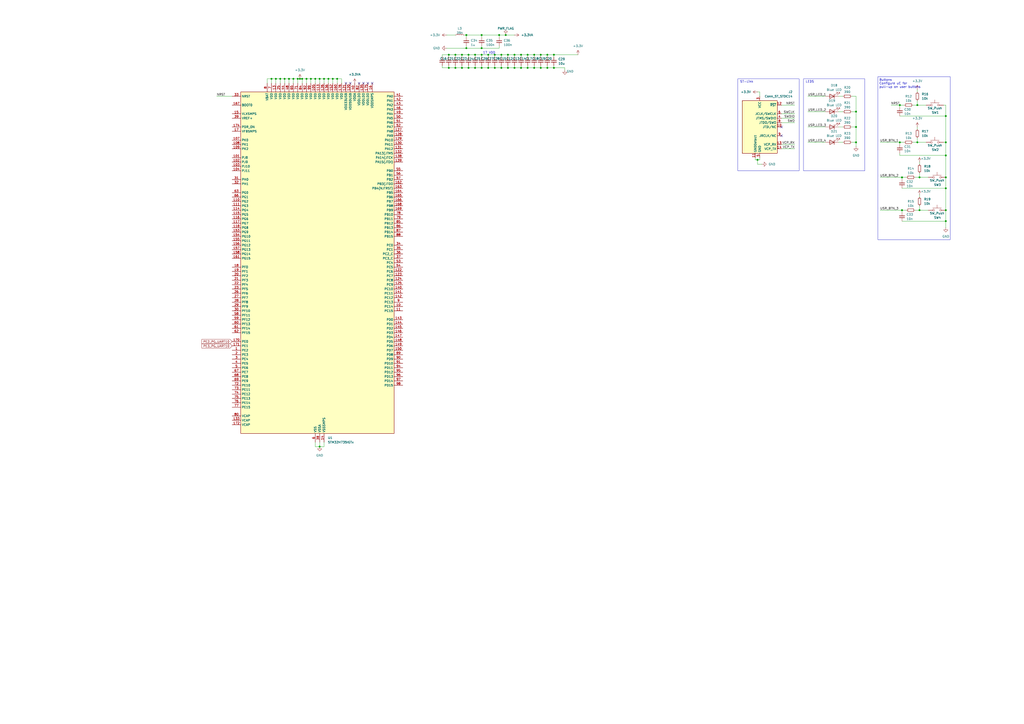
<source format=kicad_sch>
(kicad_sch (version 20231120) (generator "eeschema") (generator_version "8.0")
  (paper "A2")
  (lib_symbols
    (symbol "Connector:Conn_ST_STDC14"
      (property "Reference" "J" (at -8.89 16.51 0))
      (property "Value" "Conn_ST_STDC14" (at 17.78 16.51 0))
      (symbol "Conn_ST_STDC14_0_1"
        (rectangle (start -10.16 15.24) (end 10.16 -15.24) (stroke (width 0.254)) (fill (type background)))
      )
      (symbol "Conn_ST_STDC14_1_1"
        (pin no_connect line (at -10.16 5.08 0) (length 2.54) hide (name "NC") (number "1"))
        (pin output line (at 12.7 0 180) (length 2.54) (name "JTDI/NC") (number "10"))
        (pin passive line (at -2.54 -17.78 90) (length 2.54) (name "GNDDetect") (number "11"))
        (pin open_collector line (at 12.7 12.7 180) (length 2.54) (name "~{RST}") (number "12"))
        (pin output line (at 12.7 -10.16 180) (length 2.54) (name "VCP_RX") (number "13"))
        (pin input line (at 12.7 -12.7 180) (length 2.54) (name "VCP_TX") (number "14"))
        (pin no_connect line (at -10.16 2.54 0) (length 2.54) hide (name "NC") (number "2"))
        (pin power_in line (at 0 17.78 270) (length 2.54) (name "VCC") (number "3"))
        (pin bidirectional line (at 12.7 5.08 180) (length 2.54) (name "JTMS/SWDIO") (number "4"))
        (pin power_in line (at 0 -17.78 90) (length 2.54) (name "GND") (number "5"))
        (pin output line (at 12.7 7.62 180) (length 2.54) (name "JCLK/SWCLK") (number "6"))
        (pin passive line (at 0 -17.78 90) (length 2.54) hide (name "GND") (number "7"))
        (pin input line (at 12.7 2.54 180) (length 2.54) (name "JTDO/SWO") (number "8"))
        (pin input line (at 12.7 -5.08 180) (length 2.54) (name "JRCLK/NC") (number "9"))
      )
    )
    (symbol "Device:C_Small" (pin_numbers hide) (pin_names (offset 0.254) hide)
      (property "Reference" "C" (at 0.254 1.778 0))
      (property "Value" "C_Small" (at 0.254 -2.032 0))
      (symbol "C_Small_0_1"
        (polyline (pts (xy -1.524 -0.508) (xy 1.524 -0.508)) (stroke (width 0.3302)))
        (polyline (pts (xy -1.524 0.508) (xy 1.524 0.508)) (stroke (width 0.3048)))
      )
      (symbol "C_Small_1_1"
        (pin passive line (at 0 2.54 270) (length 2.032) (name "~") (number "1"))
        (pin passive line (at 0 -2.54 90) (length 2.032) (name "~") (number "2"))
      )
    )
    (symbol "Device:LED" (pin_numbers hide) (pin_names (offset 1.016) hide)
      (property "Reference" "D" (at 0 2.54 0))
      (property "Value" "LED" (at 0 -2.54 0))
      (symbol "LED_0_1"
        (polyline (pts (xy -1.27 -1.27) (xy -1.27 1.27)) (stroke (width 0.254)))
        (polyline (pts (xy -1.27 0) (xy 1.27 0)))
        (polyline (pts (xy 1.27 -1.27) (xy 1.27 1.27) (xy -1.27 0) (xy 1.27 -1.27)) (stroke (width 0.254)))
        (polyline (pts (xy -3.048 -0.762) (xy -4.572 -2.286) (xy -3.81 -2.286) (xy -4.572 -2.286) (xy -4.572 -1.524)))
        (polyline (pts (xy -1.778 -0.762) (xy -3.302 -2.286) (xy -2.54 -2.286) (xy -3.302 -2.286) (xy -3.302 -1.524)))
      )
      (symbol "LED_1_1"
        (pin passive line (at -3.81 0 0) (length 2.54) (name "K") (number "1"))
        (pin passive line (at 3.81 0 180) (length 2.54) (name "A") (number "2"))
      )
    )
    (symbol "Device:L_Small" (pin_numbers hide) (pin_names (offset 0.254) hide)
      (property "Reference" "L" (at 0.762 1.016 0))
      (property "Value" "L_Small" (at 0.762 -1.016 0))
      (symbol "L_Small_0_1"
        (arc (start 0 -2.032) (mid 0.5058 -1.524) (end 0 -1.016))
        (arc (start 0 -1.016) (mid 0.5058 -0.508) (end 0 0))
        (arc (start 0 0) (mid 0.5058 0.508) (end 0 1.016))
        (arc (start 0 1.016) (mid 0.5058 1.524) (end 0 2.032))
      )
      (symbol "L_Small_1_1"
        (pin passive line (at 0 2.54 270) (length 0.508) (name "~") (number "1"))
        (pin passive line (at 0 -2.54 90) (length 0.508) (name "~") (number "2"))
      )
    )
    (symbol "Device:R_Small" (pin_numbers hide) (pin_names (offset 0.254) hide)
      (property "Reference" "R" (at 0.762 0.508 0))
      (property "Value" "R_Small" (at 0.762 -1.016 0))
      (symbol "R_Small_0_1"
        (rectangle (start -0.762 1.778) (end 0.762 -1.778) (stroke (width 0.2032)))
      )
      (symbol "R_Small_1_1"
        (pin passive line (at 0 2.54 270) (length 0.762) (name "~") (number "1"))
        (pin passive line (at 0 -2.54 90) (length 0.762) (name "~") (number "2"))
      )
    )
    (symbol "MCU_ST_STM32H7:STM32H735IGTx"
      (property "Reference" "U" (at -43.18 100.33 0))
      (property "Value" "STM32H735IGTx" (at 35.56 100.33 0))
      (symbol "STM32H735IGTx_0_1"
        (rectangle (start -43.18 -99.06) (end 45.72 99.06) (stroke (width 0.254)) (fill (type background)))
      )
      (symbol "STM32H735IGTx_1_1"
        (pin bidirectional line (at -48.26 -50.8 0) (length 5.08) (name "PE2") (number "1"))
        (pin bidirectional line (at 50.8 -25.4 180) (length 5.08) (name "PC14") (number "10"))
        (pin passive line (at 0 -104.14 90) (length 5.08) hide (name "VSS") (number "100"))
        (pin bidirectional line (at -48.26 60.96 0) (length 5.08) (name "PJ8") (number "101"))
        (pin bidirectional line (at -48.26 58.42 0) (length 5.08) (name "PJ9") (number "102"))
        (pin bidirectional line (at -48.26 55.88 0) (length 5.08) (name "PJ10") (number "103"))
        (pin bidirectional line (at -48.26 53.34 0) (length 5.08) (name "PJ11") (number "104"))
        (pin power_in line (at 0 104.14 270) (length 5.08) (name "VDD") (number "105"))
        (pin passive line (at 0 -104.14 90) (length 5.08) hide (name "VSS") (number "106"))
        (pin bidirectional line (at -48.26 71.12 0) (length 5.08) (name "PK0") (number "107"))
        (pin bidirectional line (at -48.26 68.58 0) (length 5.08) (name "PK1") (number "108"))
        (pin bidirectional line (at -48.26 66.04 0) (length 5.08) (name "PK2") (number "109"))
        (pin bidirectional line (at 50.8 -27.94 180) (length 5.08) (name "PC15") (number "11"))
        (pin bidirectional line (at -48.26 35.56 0) (length 5.08) (name "PG2") (number "110"))
        (pin bidirectional line (at -48.26 33.02 0) (length 5.08) (name "PG3") (number "111"))
        (pin passive line (at 0 -104.14 90) (length 5.08) hide (name "VSS") (number "112"))
        (pin power_in line (at 2.54 104.14 270) (length 5.08) (name "VDD") (number "113"))
        (pin bidirectional line (at -48.26 30.48 0) (length 5.08) (name "PG4") (number "114"))
        (pin bidirectional line (at -48.26 27.94 0) (length 5.08) (name "PG5") (number "115"))
        (pin bidirectional line (at -48.26 25.4 0) (length 5.08) (name "PG6") (number "116"))
        (pin bidirectional line (at -48.26 22.86 0) (length 5.08) (name "PG7") (number "117"))
        (pin bidirectional line (at -48.26 20.32 0) (length 5.08) (name "PG8") (number "118"))
        (pin passive line (at 0 -104.14 90) (length 5.08) hide (name "VSS") (number "119"))
        (pin passive line (at 0 -104.14 90) (length 5.08) hide (name "VSS") (number "12"))
        (pin power_in line (at 20.32 104.14 270) (length 5.08) (name "VDD50USB") (number "120"))
        (pin power_in line (at 17.78 104.14 270) (length 5.08) (name "VDD33USB") (number "121"))
        (pin bidirectional line (at 50.8 -5.08 180) (length 5.08) (name "PC6") (number "122"))
        (pin bidirectional line (at 50.8 -7.62 180) (length 5.08) (name "PC7") (number "123"))
        (pin bidirectional line (at 50.8 -10.16 180) (length 5.08) (name "PC8") (number "124"))
        (pin bidirectional line (at 50.8 -12.7 180) (length 5.08) (name "PC9") (number "125"))
        (pin power_in line (at 5.08 104.14 270) (length 5.08) (name "VDD") (number "126"))
        (pin bidirectional line (at 50.8 76.2 180) (length 5.08) (name "PA8") (number "127"))
        (pin bidirectional line (at 50.8 73.66 180) (length 5.08) (name "PA9") (number "128"))
        (pin bidirectional line (at 50.8 71.12 180) (length 5.08) (name "PA10") (number "129"))
        (pin power_in line (at -22.86 104.14 270) (length 5.08) (name "VDD") (number "13"))
        (pin bidirectional line (at 50.8 68.58 180) (length 5.08) (name "PA11") (number "130"))
        (pin bidirectional line (at 50.8 66.04 180) (length 5.08) (name "PA12") (number "131"))
        (pin bidirectional line (at 50.8 63.5 180) (length 5.08) (name "PA13(JTMS") (number "132"))
        (pin power_out line (at -48.26 -91.44 0) (length 5.08) (name "VCAP") (number "133"))
        (pin passive line (at 0 -104.14 90) (length 5.08) hide (name "VSS") (number "134"))
        (pin power_in line (at 27.94 104.14 270) (length 5.08) (name "VDDLDO") (number "135"))
        (pin power_in line (at 7.62 104.14 270) (length 5.08) (name "VDD") (number "136"))
        (pin passive line (at 0 -104.14 90) (length 5.08) hide (name "VSS") (number "137"))
        (pin bidirectional line (at 50.8 60.96 180) (length 5.08) (name "PA14(JTCK") (number "138"))
        (pin bidirectional line (at 50.8 58.42 180) (length 5.08) (name "PA15(JTDI)") (number "139"))
        (pin power_in line (at 5.08 -104.14 90) (length 5.08) (name "VSSSMPS") (number "14"))
        (pin bidirectional line (at 50.8 -15.24 180) (length 5.08) (name "PC10") (number "140"))
        (pin bidirectional line (at 50.8 -17.78 180) (length 5.08) (name "PC11") (number "141"))
        (pin bidirectional line (at 50.8 -20.32 180) (length 5.08) (name "PC12") (number "142"))
        (pin bidirectional line (at 50.8 -33.02 180) (length 5.08) (name "PD0") (number "143"))
        (pin bidirectional line (at 50.8 -35.56 180) (length 5.08) (name "PD1") (number "144"))
        (pin bidirectional line (at 50.8 -38.1 180) (length 5.08) (name "PD2") (number "145"))
        (pin bidirectional line (at 50.8 -40.64 180) (length 5.08) (name "PD3") (number "146"))
        (pin bidirectional line (at 50.8 -43.18 180) (length 5.08) (name "PD4") (number "147"))
        (pin bidirectional line (at 50.8 -45.72 180) (length 5.08) (name "PD5") (number "148"))
        (pin bidirectional line (at 50.8 -48.26 180) (length 5.08) (name "PD6") (number "149"))
        (pin power_in line (at -48.26 86.36 0) (length 5.08) (name "VLXSMPS") (number "15"))
        (pin bidirectional line (at 50.8 -50.8 180) (length 5.08) (name "PD7") (number "150"))
        (pin passive line (at 0 -104.14 90) (length 5.08) hide (name "VSS") (number "151"))
        (pin power_in line (at 10.16 104.14 270) (length 5.08) (name "VDD") (number "152"))
        (pin bidirectional line (at -48.26 17.78 0) (length 5.08) (name "PG9") (number "153"))
        (pin bidirectional line (at -48.26 15.24 0) (length 5.08) (name "PG10") (number "154"))
        (pin bidirectional line (at -48.26 12.7 0) (length 5.08) (name "PG11") (number "155"))
        (pin bidirectional line (at -48.26 10.16 0) (length 5.08) (name "PG12") (number "156"))
        (pin bidirectional line (at -48.26 7.62 0) (length 5.08) (name "PG13") (number "157"))
        (pin bidirectional line (at -48.26 5.08 0) (length 5.08) (name "PG14") (number "158"))
        (pin passive line (at 0 -104.14 90) (length 5.08) hide (name "VSS") (number "159"))
        (pin power_in line (at 33.02 104.14 270) (length 5.08) (name "VDDSMPS") (number "16"))
        (pin power_in line (at 12.7 104.14 270) (length 5.08) (name "VDD") (number "160"))
        (pin bidirectional line (at -48.26 2.54 0) (length 5.08) (name "PG15") (number "161"))
        (pin bidirectional line (at 50.8 45.72 180) (length 5.08) (name "PB3(JTDO") (number "162"))
        (pin bidirectional line (at 50.8 43.18 180) (length 5.08) (name "PB4(NJTRST)") (number "163"))
        (pin bidirectional line (at 50.8 40.64 180) (length 5.08) (name "PB5") (number "164"))
        (pin bidirectional line (at 50.8 38.1 180) (length 5.08) (name "PB6") (number "165"))
        (pin bidirectional line (at 50.8 35.56 180) (length 5.08) (name "PB7") (number "166"))
        (pin input line (at -48.26 91.44 0) (length 5.08) (name "BOOT0") (number "167"))
        (pin bidirectional line (at 50.8 33.02 180) (length 5.08) (name "PB8") (number "168"))
        (pin bidirectional line (at 50.8 30.48 180) (length 5.08) (name "PB9") (number "169"))
        (pin input line (at -48.26 76.2 0) (length 5.08) (name "VFBSMPS") (number "17"))
        (pin bidirectional line (at -48.26 -45.72 0) (length 5.08) (name "PE0") (number "170"))
        (pin bidirectional line (at -48.26 -48.26 0) (length 5.08) (name "PE1") (number "171"))
        (pin power_out line (at -48.26 -93.98 0) (length 5.08) (name "VCAP") (number "172"))
        (pin passive line (at 0 -104.14 90) (length 5.08) hide (name "VSS") (number "173"))
        (pin input line (at -48.26 78.74 0) (length 5.08) (name "PDR_ON") (number "174"))
        (pin power_in line (at 30.48 104.14 270) (length 5.08) (name "VDDLDO") (number "175"))
        (pin power_in line (at 15.24 104.14 270) (length 5.08) (name "VDD") (number "176"))
        (pin bidirectional line (at -48.26 -2.54 0) (length 5.08) (name "PF0") (number "18"))
        (pin bidirectional line (at -48.26 -5.08 0) (length 5.08) (name "PF1") (number "19"))
        (pin bidirectional line (at -48.26 -53.34 0) (length 5.08) (name "PE3") (number "2"))
        (pin bidirectional line (at -48.26 -7.62 0) (length 5.08) (name "PF2") (number "20"))
        (pin bidirectional line (at -48.26 -10.16 0) (length 5.08) (name "PF3") (number "21"))
        (pin bidirectional line (at -48.26 -12.7 0) (length 5.08) (name "PF4") (number "22"))
        (pin bidirectional line (at -48.26 -15.24 0) (length 5.08) (name "PF5") (number "23"))
        (pin passive line (at 0 -104.14 90) (length 5.08) hide (name "VSS") (number "24"))
        (pin power_in line (at -20.32 104.14 270) (length 5.08) (name "VDD") (number "25"))
        (pin bidirectional line (at -48.26 -17.78 0) (length 5.08) (name "PF6") (number "26"))
        (pin bidirectional line (at -48.26 -20.32 0) (length 5.08) (name "PF7") (number "27"))
        (pin bidirectional line (at -48.26 -22.86 0) (length 5.08) (name "PF8") (number "28"))
        (pin bidirectional line (at -48.26 -25.4 0) (length 5.08) (name "PF9") (number "29"))
        (pin bidirectional line (at -48.26 -55.88 0) (length 5.08) (name "PE4") (number "3"))
        (pin bidirectional line (at -48.26 -27.94 0) (length 5.08) (name "PF10") (number "30"))
        (pin bidirectional line (at -48.26 48.26 0) (length 5.08) (name "PH0") (number "31"))
        (pin bidirectional line (at -48.26 45.72 0) (length 5.08) (name "PH1") (number "32"))
        (pin input line (at -48.26 96.52 0) (length 5.08) (name "NRST") (number "33"))
        (pin bidirectional line (at 50.8 10.16 180) (length 5.08) (name "PC0") (number "34"))
        (pin bidirectional line (at 50.8 7.62 180) (length 5.08) (name "PC1") (number "35"))
        (pin bidirectional line (at 50.8 5.08 180) (length 5.08) (name "PC2_C") (number "36"))
        (pin bidirectional line (at 50.8 2.54 180) (length 5.08) (name "PC3_C") (number "37"))
        (pin power_in line (at 2.54 -104.14 90) (length 5.08) (name "VSSA") (number "38"))
        (pin input line (at -48.26 83.82 0) (length 5.08) (name "VREF+") (number "39"))
        (pin bidirectional line (at -48.26 -58.42 0) (length 5.08) (name "PE5") (number "4"))
        (pin power_in line (at 22.86 104.14 270) (length 5.08) (name "VDDA") (number "40"))
        (pin bidirectional line (at 50.8 96.52 180) (length 5.08) (name "PA0") (number "41"))
        (pin bidirectional line (at 50.8 93.98 180) (length 5.08) (name "PA1") (number "42"))
        (pin bidirectional line (at 50.8 91.44 180) (length 5.08) (name "PA2") (number "43"))
        (pin power_in line (at -17.78 104.14 270) (length 5.08) (name "VDD") (number "44"))
        (pin passive line (at 0 -104.14 90) (length 5.08) hide (name "VSS") (number "45"))
        (pin bidirectional line (at 50.8 88.9 180) (length 5.08) (name "PA3") (number "46"))
        (pin passive line (at 0 -104.14 90) (length 5.08) hide (name "VSS") (number "47"))
        (pin power_in line (at -15.24 104.14 270) (length 5.08) (name "VDD") (number "48"))
        (pin bidirectional line (at 50.8 86.36 180) (length 5.08) (name "PA4") (number "49"))
        (pin bidirectional line (at -48.26 -60.96 0) (length 5.08) (name "PE6") (number "5"))
        (pin bidirectional line (at 50.8 83.82 180) (length 5.08) (name "PA5") (number "50"))
        (pin bidirectional line (at 50.8 81.28 180) (length 5.08) (name "PA6") (number "51"))
        (pin bidirectional line (at 50.8 78.74 180) (length 5.08) (name "PA7") (number "52"))
        (pin bidirectional line (at 50.8 0 180) (length 5.08) (name "PC4") (number "53"))
        (pin bidirectional line (at 50.8 -2.54 180) (length 5.08) (name "PC5") (number "54"))
        (pin bidirectional line (at 50.8 53.34 180) (length 5.08) (name "PB0") (number "55"))
        (pin bidirectional line (at 50.8 50.8 180) (length 5.08) (name "PB1") (number "56"))
        (pin bidirectional line (at 50.8 48.26 180) (length 5.08) (name "PB2") (number "57"))
        (pin bidirectional line (at -48.26 -30.48 0) (length 5.08) (name "PF11") (number "58"))
        (pin bidirectional line (at -48.26 -33.02 0) (length 5.08) (name "PF12") (number "59"))
        (pin power_in line (at 0 -104.14 90) (length 5.08) (name "VSS") (number "6"))
        (pin bidirectional line (at -48.26 -35.56 0) (length 5.08) (name "PF13") (number "60"))
        (pin bidirectional line (at -48.26 -38.1 0) (length 5.08) (name "PF14") (number "61"))
        (pin bidirectional line (at -48.26 -40.64 0) (length 5.08) (name "PF15") (number "62"))
        (pin bidirectional line (at -48.26 40.64 0) (length 5.08) (name "PG0") (number "63"))
        (pin passive line (at 0 -104.14 90) (length 5.08) hide (name "VSS") (number "64"))
        (pin power_in line (at -12.7 104.14 270) (length 5.08) (name "VDD") (number "65"))
        (pin bidirectional line (at -48.26 38.1 0) (length 5.08) (name "PG1") (number "66"))
        (pin bidirectional line (at -48.26 -63.5 0) (length 5.08) (name "PE7") (number "67"))
        (pin bidirectional line (at -48.26 -66.04 0) (length 5.08) (name "PE8") (number "68"))
        (pin bidirectional line (at -48.26 -68.58 0) (length 5.08) (name "PE9") (number "69"))
        (pin power_in line (at -25.4 104.14 270) (length 5.08) (name "VDD") (number "7"))
        (pin passive line (at 0 -104.14 90) (length 5.08) hide (name "VSS") (number "70"))
        (pin power_in line (at -10.16 104.14 270) (length 5.08) (name "VDD") (number "71"))
        (pin bidirectional line (at -48.26 -71.12 0) (length 5.08) (name "PE10") (number "72"))
        (pin bidirectional line (at -48.26 -73.66 0) (length 5.08) (name "PE11") (number "73"))
        (pin bidirectional line (at -48.26 -76.2 0) (length 5.08) (name "PE12") (number "74"))
        (pin bidirectional line (at -48.26 -78.74 0) (length 5.08) (name "PE13") (number "75"))
        (pin bidirectional line (at -48.26 -81.28 0) (length 5.08) (name "PE14") (number "76"))
        (pin bidirectional line (at -48.26 -83.82 0) (length 5.08) (name "PE15") (number "77"))
        (pin bidirectional line (at 50.8 27.94 180) (length 5.08) (name "PB10") (number "78"))
        (pin bidirectional line (at 50.8 25.4 180) (length 5.08) (name "PB11") (number "79"))
        (pin power_in line (at -27.94 104.14 270) (length 5.08) (name "VBAT") (number "8"))
        (pin power_out line (at -48.26 -88.9 0) (length 5.08) (name "VCAP") (number "80"))
        (pin passive line (at 0 -104.14 90) (length 5.08) hide (name "VSS") (number "81"))
        (pin power_in line (at 25.4 104.14 270) (length 5.08) (name "VDDLDO") (number "82"))
        (pin passive line (at 0 -104.14 90) (length 5.08) hide (name "VSS") (number "83"))
        (pin power_in line (at -7.62 104.14 270) (length 5.08) (name "VDD") (number "84"))
        (pin bidirectional line (at 50.8 22.86 180) (length 5.08) (name "PB12") (number "85"))
        (pin bidirectional line (at 50.8 20.32 180) (length 5.08) (name "PB13") (number "86"))
        (pin bidirectional line (at 50.8 17.78 180) (length 5.08) (name "PB14") (number "87"))
        (pin bidirectional line (at 50.8 15.24 180) (length 5.08) (name "PB15") (number "88"))
        (pin bidirectional line (at 50.8 -53.34 180) (length 5.08) (name "PD8") (number "89"))
        (pin bidirectional line (at 50.8 -22.86 180) (length 5.08) (name "PC13") (number "9"))
        (pin bidirectional line (at 50.8 -55.88 180) (length 5.08) (name "PD9") (number "90"))
        (pin bidirectional line (at 50.8 -58.42 180) (length 5.08) (name "PD10") (number "91"))
        (pin power_in line (at -5.08 104.14 270) (length 5.08) (name "VDD") (number "92"))
        (pin passive line (at 0 -104.14 90) (length 5.08) hide (name "VSS") (number "93"))
        (pin bidirectional line (at 50.8 -60.96 180) (length 5.08) (name "PD11") (number "94"))
        (pin bidirectional line (at 50.8 -63.5 180) (length 5.08) (name "PD12") (number "95"))
        (pin bidirectional line (at 50.8 -66.04 180) (length 5.08) (name "PD13") (number "96"))
        (pin bidirectional line (at 50.8 -68.58 180) (length 5.08) (name "PD14") (number "97"))
        (pin bidirectional line (at 50.8 -71.12 180) (length 5.08) (name "PD15") (number "98"))
        (pin power_in line (at -2.54 104.14 270) (length 5.08) (name "VDD") (number "99"))
      )
    )
    (symbol "Switch:SW_Push" (pin_numbers hide) (pin_names (offset 1.016) hide)
      (property "Reference" "SW" (at 1.27 2.54 0))
      (property "Value" "SW_Push" (at 0 -1.524 0))
      (symbol "SW_Push_0_1"
        (circle (center -2.032 0) (radius 0.508))
        (polyline (pts (xy 0 1.27) (xy 0 3.048)))
        (polyline (pts (xy 2.54 1.27) (xy -2.54 1.27)))
        (circle (center 2.032 0) (radius 0.508))
        (pin passive line (at -5.08 0 0) (length 2.54) (name "1") (number "1"))
        (pin passive line (at 5.08 0 180) (length 2.54) (name "2") (number "2"))
      )
    )
    (symbol "power:+3.3V" (power) (pin_numbers hide) (pin_names (offset 0) hide)
      (property "Value" "+3.3V" (at 0 3.556 0))
      (symbol "+3.3V_0_1"
        (polyline (pts (xy -0.762 1.27) (xy 0 2.54)))
        (polyline (pts (xy 0 0) (xy 0 2.54)))
        (polyline (pts (xy 0 2.54) (xy 0.762 1.27)))
      )
      (symbol "+3.3V_1_1"
        (pin power_in line (at 0 0 90) (length 0) (name "~") (number "1"))
      )
    )
    (symbol "power:+3.3VA" (power) (pin_numbers hide) (pin_names (offset 0) hide)
      (property "Value" "+3.3VA" (at 0 3.556 0))
      (symbol "+3.3VA_0_1"
        (polyline (pts (xy -0.762 1.27) (xy 0 2.54)))
        (polyline (pts (xy 0 0) (xy 0 2.54)))
        (polyline (pts (xy 0 2.54) (xy 0.762 1.27)))
      )
      (symbol "+3.3VA_1_1"
        (pin power_in line (at 0 0 90) (length 0) (name "~") (number "1"))
      )
    )
    (symbol "power:GND" (power) (pin_numbers hide) (pin_names (offset 0) hide)
      (property "Value" "GND" (at 0 -3.81 0))
      (symbol "GND_0_1"
        (polyline (pts (xy 0 0) (xy 0 -1.27) (xy 1.27 -1.27) (xy 0 -2.54) (xy -1.27 -1.27) (xy 0 -1.27)))
      )
      (symbol "GND_1_1"
        (pin power_in line (at 0 0 270) (length 0) (name "~") (number "1"))
      )
    )
    (symbol "power:PWR_FLAG" (power) (pin_numbers hide) (pin_names (offset 0) hide)
      (property "Value" "PWR_FLAG" (at 0 3.81 0))
      (symbol "PWR_FLAG_0_0"
        (pin power_out line (at 0 0 90) (length 0) (name "pwr") (number "1"))
      )
      (symbol "PWR_FLAG_0_1"
        (polyline (pts (xy 0 0) (xy 0 1.27) (xy -1.016 1.905) (xy 0 2.54) (xy 1.016 1.905) (xy 0 1.27)))
      )
    )
  )
  (junction (at 267.97 39.37))
  (junction (at 548.64 102.87))
  (junction (at 317.5 39.37))
  (junction (at 195.58 45.72))
  (junction (at 523.24 102.87))
  (junction (at 185.42 45.72))
  (junction (at 548.64 67.31))
  (junction (at 309.88 31.75))
  (junction (at 290.83 39.37))
  (junction (at 160.02 45.72))
  (junction (at 279.4 31.75))
  (junction (at 309.88 39.37))
  (junction (at 260.35 31.75))
  (junction (at 260.35 39.37))
  (junction (at 298.45 39.37))
  (junction (at 165.1 45.72))
  (junction (at 298.45 31.75))
  (junction (at 533.4 102.87))
  (junction (at 185.42 259.08))
  (junction (at 271.78 31.75))
  (junction (at 532.13 82.55))
  (junction (at 496.57 73.66))
  (junction (at 313.69 31.75))
  (junction (at 275.59 39.37))
  (junction (at 294.64 31.75))
  (junction (at 283.21 31.75))
  (junction (at 172.72 45.72))
  (junction (at 532.13 60.96))
  (junction (at 264.16 31.75))
  (junction (at 271.78 39.37))
  (junction (at 275.59 31.75))
  (junction (at 267.97 31.75))
  (junction (at 279.4 39.37))
  (junction (at 321.31 39.37))
  (junction (at 548.64 90.17))
  (junction (at 187.96 45.72))
  (junction (at 548.64 121.92))
  (junction (at 313.69 39.37))
  (junction (at 175.26 45.72))
  (junction (at 182.88 45.72))
  (junction (at 521.97 82.55))
  (junction (at 523.24 121.92))
  (junction (at 193.04 45.72))
  (junction (at 548.64 109.22))
  (junction (at 306.07 31.75))
  (junction (at 270.51 20.32))
  (junction (at 279.4 20.32))
  (junction (at 167.64 45.72))
  (junction (at 290.83 31.75))
  (junction (at 180.34 45.72))
  (junction (at 439.42 92.71))
  (junction (at 289.56 20.32))
  (junction (at 177.8 45.72))
  (junction (at 302.26 31.75))
  (junction (at 321.31 31.75))
  (junction (at 294.64 39.37))
  (junction (at 279.4 27.94))
  (junction (at 521.97 60.96))
  (junction (at 496.57 82.55))
  (junction (at 548.64 82.55))
  (junction (at 264.16 39.37))
  (junction (at 302.26 39.37))
  (junction (at 170.18 45.72))
  (junction (at 548.64 128.27))
  (junction (at 173.99 45.72))
  (junction (at 270.51 27.94))
  (junction (at 293.37 20.32))
  (junction (at 287.02 31.75))
  (junction (at 287.02 39.37))
  (junction (at 283.21 39.37))
  (junction (at 306.07 39.37))
  (junction (at 533.4 121.92))
  (junction (at 317.5 31.75))
  (junction (at 157.48 45.72))
  (junction (at 190.5 45.72))
  (junction (at 162.56 45.72))
  (junction (at 496.57 64.77))
  (no_connect (at 453.39 73.66))
  (no_connect (at 200.66 48.26))
  (no_connect (at 203.2 48.26))
  (no_connect (at 453.39 78.74))
  (no_connect (at 213.36 48.26))
  (no_connect (at 215.9 48.26))
  (no_connect (at 210.82 48.26))
  (no_connect (at 208.28 48.26))
  (wire (pts (xy 294.64 31.75) (xy 294.64 33.02)))
  (wire (pts (xy 190.5 45.72) (xy 193.04 45.72)))
  (wire (pts (xy 279.4 27.94) (xy 270.51 27.94)))
  (wire (pts (xy 516.89 60.96) (xy 521.97 60.96)))
  (wire (pts (xy 259.08 27.94) (xy 270.51 27.94)))
  (wire (pts (xy 289.56 20.32) (xy 293.37 20.32)))
  (wire (pts (xy 270.51 20.32) (xy 269.24 20.32)))
  (wire (pts (xy 547.37 60.96) (xy 548.64 60.96)))
  (wire (pts (xy 167.64 45.72) (xy 165.1 45.72)))
  (wire (pts (xy 486.41 64.77) (xy 488.95 64.77)))
  (wire (pts (xy 260.35 38.1) (xy 260.35 39.37)))
  (wire (pts (xy 523.24 128.27) (xy 548.64 128.27)))
  (wire (pts (xy 289.56 21.59) (xy 289.56 20.32)))
  (wire (pts (xy 533.4 93.98) (xy 533.4 95.25)))
  (wire (pts (xy 275.59 31.75) (xy 275.59 33.02)))
  (wire (pts (xy 494.03 82.55) (xy 496.57 82.55)))
  (wire (pts (xy 302.26 39.37) (xy 306.07 39.37)))
  (wire (pts (xy 275.59 39.37) (xy 279.4 39.37)))
  (wire (pts (xy 317.5 39.37) (xy 317.5 38.1)))
  (wire (pts (xy 259.08 20.32) (xy 264.16 20.32)))
  (wire (pts (xy 290.83 38.1) (xy 290.83 39.37)))
  (wire (pts (xy 193.04 48.26) (xy 193.04 45.72)))
  (wire (pts (xy 453.39 66.04) (xy 461.01 66.04)))
  (wire (pts (xy 468.63 64.77) (xy 478.79 64.77)))
  (wire (pts (xy 267.97 39.37) (xy 271.78 39.37)))
  (wire (pts (xy 125.73 55.88) (xy 134.62 55.88)))
  (wire (pts (xy 468.63 73.66) (xy 478.79 73.66)))
  (wire (pts (xy 187.96 256.54) (xy 187.96 259.08)))
  (wire (pts (xy 290.83 31.75) (xy 294.64 31.75)))
  (wire (pts (xy 283.21 31.75) (xy 279.4 31.75)))
  (wire (pts (xy 496.57 82.55) (xy 496.57 85.09)))
  (wire (pts (xy 287.02 33.02) (xy 287.02 31.75)))
  (wire (pts (xy 180.34 45.72) (xy 182.88 45.72)))
  (wire (pts (xy 185.42 45.72) (xy 185.42 48.26)))
  (wire (pts (xy 486.41 55.88) (xy 488.95 55.88)))
  (wire (pts (xy 264.16 31.75) (xy 264.16 33.02)))
  (wire (pts (xy 165.1 45.72) (xy 165.1 48.26)))
  (wire (pts (xy 306.07 31.75) (xy 309.88 31.75)))
  (wire (pts (xy 175.26 45.72) (xy 177.8 45.72)))
  (wire (pts (xy 172.72 45.72) (xy 172.72 48.26)))
  (wire (pts (xy 521.97 82.55) (xy 521.97 83.82)))
  (wire (pts (xy 521.97 67.31) (xy 548.64 67.31)))
  (wire (pts (xy 260.35 31.75) (xy 256.54 31.75)))
  (wire (pts (xy 532.13 82.55) (xy 537.21 82.55)))
  (wire (pts (xy 309.88 31.75) (xy 309.88 33.02)))
  (wire (pts (xy 530.86 102.87) (xy 533.4 102.87)))
  (wire (pts (xy 468.63 82.55) (xy 478.79 82.55)))
  (wire (pts (xy 185.42 45.72) (xy 187.96 45.72)))
  (wire (pts (xy 327.66 39.37) (xy 327.66 40.64)))
  (wire (pts (xy 298.45 31.75) (xy 298.45 33.02)))
  (wire (pts (xy 439.42 92.71) (xy 438.15 92.71)))
  (wire (pts (xy 321.31 31.75) (xy 335.28 31.75)))
  (wire (pts (xy 182.88 45.72) (xy 182.88 48.26)))
  (wire (pts (xy 170.18 45.72) (xy 167.64 45.72)))
  (wire (pts (xy 162.56 45.72) (xy 162.56 48.26)))
  (wire (pts (xy 453.39 60.96) (xy 461.01 60.96)))
  (wire (pts (xy 548.64 128.27) (xy 548.64 121.92)))
  (wire (pts (xy 287.02 39.37) (xy 290.83 39.37)))
  (wire (pts (xy 267.97 38.1) (xy 267.97 39.37)))
  (wire (pts (xy 260.35 39.37) (xy 264.16 39.37)))
  (wire (pts (xy 533.4 121.92) (xy 538.48 121.92)))
  (wire (pts (xy 180.34 45.72) (xy 180.34 48.26)))
  (wire (pts (xy 267.97 31.75) (xy 264.16 31.75)))
  (wire (pts (xy 173.99 45.72) (xy 175.26 45.72)))
  (wire (pts (xy 302.26 31.75) (xy 306.07 31.75)))
  (wire (pts (xy 309.88 39.37) (xy 306.07 39.37)))
  (wire (pts (xy 521.97 60.96) (xy 524.51 60.96)))
  (wire (pts (xy 264.16 39.37) (xy 267.97 39.37)))
  (wire (pts (xy 287.02 31.75) (xy 290.83 31.75)))
  (wire (pts (xy 494.03 73.66) (xy 496.57 73.66)))
  (wire (pts (xy 523.24 121.92) (xy 523.24 123.19)))
  (wire (pts (xy 271.78 31.75) (xy 267.97 31.75)))
  (wire (pts (xy 298.45 39.37) (xy 302.26 39.37)))
  (wire (pts (xy 177.8 45.72) (xy 180.34 45.72)))
  (wire (pts (xy 294.64 31.75) (xy 298.45 31.75)))
  (wire (pts (xy 523.24 102.87) (xy 523.24 104.14)))
  (wire (pts (xy 172.72 45.72) (xy 173.99 45.72)))
  (wire (pts (xy 496.57 64.77) (xy 496.57 73.66)))
  (wire (pts (xy 287.02 31.75) (xy 283.21 31.75)))
  (wire (pts (xy 275.59 38.1) (xy 275.59 39.37)))
  (wire (pts (xy 294.64 38.1) (xy 294.64 39.37)))
  (wire (pts (xy 302.26 31.75) (xy 302.26 33.02)))
  (wire (pts (xy 510.54 102.87) (xy 523.24 102.87)))
  (wire (pts (xy 439.42 95.25) (xy 439.42 92.71)))
  (wire (pts (xy 182.88 256.54) (xy 182.88 259.08)))
  (wire (pts (xy 298.45 31.75) (xy 302.26 31.75)))
  (wire (pts (xy 279.4 31.75) (xy 275.59 31.75)))
  (wire (pts (xy 468.63 55.88) (xy 478.79 55.88)))
  (wire (pts (xy 441.96 95.25) (xy 439.42 95.25)))
  (wire (pts (xy 167.64 45.72) (xy 167.64 48.26)))
  (wire (pts (xy 177.8 45.72) (xy 177.8 48.26)))
  (wire (pts (xy 321.31 38.1) (xy 321.31 39.37)))
  (wire (pts (xy 279.4 20.32) (xy 279.4 21.59)))
  (wire (pts (xy 327.66 39.37) (xy 321.31 39.37)))
  (wire (pts (xy 453.39 83.82) (xy 461.01 83.82)))
  (wire (pts (xy 306.07 38.1) (xy 306.07 39.37)))
  (wire (pts (xy 175.26 48.26) (xy 175.26 45.72)))
  (wire (pts (xy 264.16 31.75) (xy 260.35 31.75)))
  (wire (pts (xy 256.54 31.75) (xy 256.54 33.02)))
  (wire (pts (xy 521.97 88.9) (xy 521.97 90.17)))
  (wire (pts (xy 267.97 31.75) (xy 267.97 33.02)))
  (wire (pts (xy 172.72 45.72) (xy 170.18 45.72)))
  (wire (pts (xy 279.4 26.67) (xy 279.4 27.94)))
  (wire (pts (xy 293.37 20.32) (xy 298.45 20.32)))
  (wire (pts (xy 486.41 82.55) (xy 488.95 82.55)))
  (wire (pts (xy 162.56 45.72) (xy 160.02 45.72)))
  (wire (pts (xy 187.96 45.72) (xy 187.96 48.26)))
  (wire (pts (xy 439.42 53.34) (xy 440.69 53.34)))
  (wire (pts (xy 532.13 60.96) (xy 537.21 60.96)))
  (wire (pts (xy 532.13 52.07) (xy 532.13 53.34)))
  (wire (pts (xy 321.31 31.75) (xy 321.31 33.02)))
  (wire (pts (xy 521.97 82.55) (xy 524.51 82.55)))
  (wire (pts (xy 270.51 20.32) (xy 279.4 20.32)))
  (wire (pts (xy 160.02 45.72) (xy 157.48 45.72)))
  (wire (pts (xy 170.18 45.72) (xy 170.18 48.26)))
  (wire (pts (xy 548.64 90.17) (xy 548.64 82.55)))
  (wire (pts (xy 548.64 82.55) (xy 547.37 82.55)))
  (wire (pts (xy 313.69 31.75) (xy 317.5 31.75)))
  (wire (pts (xy 523.24 121.92) (xy 525.78 121.92)))
  (wire (pts (xy 182.88 259.08) (xy 185.42 259.08)))
  (wire (pts (xy 533.4 113.03) (xy 533.4 114.3)))
  (wire (pts (xy 510.54 82.55) (xy 521.97 82.55)))
  (wire (pts (xy 256.54 39.37) (xy 260.35 39.37)))
  (wire (pts (xy 198.12 45.72) (xy 195.58 45.72)))
  (wire (pts (xy 529.59 60.96) (xy 532.13 60.96)))
  (wire (pts (xy 195.58 48.26) (xy 195.58 45.72)))
  (wire (pts (xy 287.02 38.1) (xy 287.02 39.37)))
  (wire (pts (xy 198.12 48.26) (xy 198.12 45.72)))
  (wire (pts (xy 313.69 38.1) (xy 313.69 39.37)))
  (wire (pts (xy 440.69 53.34) (xy 440.69 55.88)))
  (wire (pts (xy 279.4 39.37) (xy 283.21 39.37)))
  (wire (pts (xy 283.21 38.1) (xy 283.21 39.37)))
  (wire (pts (xy 298.45 38.1) (xy 298.45 39.37)))
  (wire (pts (xy 533.4 121.92) (xy 533.4 119.38)))
  (wire (pts (xy 532.13 60.96) (xy 532.13 58.42)))
  (wire (pts (xy 440.69 91.44) (xy 440.69 92.71)))
  (wire (pts (xy 294.64 39.37) (xy 298.45 39.37)))
  (wire (pts (xy 264.16 38.1) (xy 264.16 39.37)))
  (wire (pts (xy 438.15 92.71) (xy 438.15 91.44)))
  (wire (pts (xy 160.02 45.72) (xy 160.02 48.26)))
  (wire (pts (xy 317.5 39.37) (xy 313.69 39.37)))
  (wire (pts (xy 271.78 39.37) (xy 275.59 39.37)))
  (wire (pts (xy 510.54 121.92) (xy 523.24 121.92)))
  (wire (pts (xy 187.96 45.72) (xy 190.5 45.72)))
  (wire (pts (xy 548.64 102.87) (xy 548.64 90.17)))
  (wire (pts (xy 279.4 38.1) (xy 279.4 39.37)))
  (wire (pts (xy 496.57 55.88) (xy 496.57 64.77)))
  (wire (pts (xy 289.56 26.67) (xy 289.56 27.94)))
  (wire (pts (xy 290.83 39.37) (xy 294.64 39.37)))
  (wire (pts (xy 260.35 31.75) (xy 260.35 33.02)))
  (wire (pts (xy 154.94 48.26) (xy 154.94 45.72)))
  (wire (pts (xy 486.41 73.66) (xy 488.95 73.66)))
  (wire (pts (xy 548.64 121.92) (xy 548.64 109.22)))
  (wire (pts (xy 532.13 73.66) (xy 532.13 74.93)))
  (wire (pts (xy 306.07 31.75) (xy 306.07 33.02)))
  (wire (pts (xy 317.5 31.75) (xy 321.31 31.75)))
  (wire (pts (xy 270.51 26.67) (xy 270.51 27.94)))
  (wire (pts (xy 548.64 109.22) (xy 548.64 102.87)))
  (wire (pts (xy 548.64 60.96) (xy 548.64 67.31)))
  (wire (pts (xy 190.5 45.72) (xy 190.5 48.26)))
  (wire (pts (xy 453.39 71.12) (xy 461.01 71.12)))
  (wire (pts (xy 313.69 31.75) (xy 313.69 33.02)))
  (wire (pts (xy 309.88 39.37) (xy 313.69 39.37)))
  (wire (pts (xy 533.4 102.87) (xy 533.4 100.33)))
  (wire (pts (xy 279.4 31.75) (xy 279.4 33.02)))
  (wire (pts (xy 317.5 31.75) (xy 317.5 33.02)))
  (wire (pts (xy 521.97 60.96) (xy 521.97 62.23)))
  (wire (pts (xy 275.59 31.75) (xy 271.78 31.75)))
  (wire (pts (xy 494.03 64.77) (xy 496.57 64.77)))
  (wire (pts (xy 496.57 73.66) (xy 496.57 82.55)))
  (wire (pts (xy 290.83 31.75) (xy 290.83 33.02)))
  (wire (pts (xy 523.24 102.87) (xy 525.78 102.87)))
  (wire (pts (xy 548.64 67.31) (xy 548.64 82.55)))
  (wire (pts (xy 182.88 45.72) (xy 185.42 45.72)))
  (wire (pts (xy 256.54 38.1) (xy 256.54 39.37)))
  (wire (pts (xy 321.31 39.37) (xy 317.5 39.37)))
  (wire (pts (xy 283.21 39.37) (xy 287.02 39.37)))
  (wire (pts (xy 187.96 259.08) (xy 185.42 259.08)))
  (wire (pts (xy 494.03 55.88) (xy 496.57 55.88)))
  (wire (pts (xy 548.64 128.27) (xy 548.64 132.08)))
  (wire (pts (xy 271.78 38.1) (xy 271.78 39.37)))
  (wire (pts (xy 453.39 86.36) (xy 461.01 86.36)))
  (wire (pts (xy 195.58 45.72) (xy 193.04 45.72)))
  (wire (pts (xy 533.4 102.87) (xy 538.48 102.87)))
  (wire (pts (xy 157.48 45.72) (xy 157.48 48.26)))
  (wire (pts (xy 185.42 256.54) (xy 185.42 259.08)))
  (wire (pts (xy 279.4 20.32) (xy 289.56 20.32)))
  (wire (pts (xy 165.1 45.72) (xy 162.56 45.72)))
  (wire (pts (xy 453.39 68.58) (xy 461.01 68.58)))
  (wire (pts (xy 521.97 90.17) (xy 548.64 90.17)))
  (wire (pts (xy 439.42 92.71) (xy 440.69 92.71)))
  (wire (pts (xy 309.88 31.75) (xy 313.69 31.75)))
  (wire (pts (xy 523.24 109.22) (xy 548.64 109.22)))
  (wire (pts (xy 270.51 21.59) (xy 270.51 20.32)))
  (wire (pts (xy 154.94 45.72) (xy 157.48 45.72)))
  (wire (pts (xy 532.13 82.55) (xy 532.13 80.01)))
  (wire (pts (xy 271.78 31.75) (xy 271.78 33.02)))
  (wire (pts (xy 302.26 38.1) (xy 302.26 39.37)))
  (wire (pts (xy 309.88 38.1) (xy 309.88 39.37)))
  (wire (pts (xy 529.59 82.55) (xy 532.13 82.55)))
  (wire (pts (xy 279.4 27.94) (xy 289.56 27.94)))
  (wire (pts (xy 530.86 121.92) (xy 533.4 121.92)))
  (wire (pts (xy 283.21 31.75) (xy 283.21 33.02)))
  (rectangle (start 427.99 45.72) (end 463.55 99.06))
  (rectangle (start 466.09 45.72) (end 501.65 99.06))
  (rectangle (start 509.27 44.45) (end 551.18 139.065))
  (text "LEDS\n" (at 467.36 48.26 0) (effects (font (size 1.27 1.27)) (justify left bottom)))
  (text "17 VDD\n" (at 283.718 30.734 0) (effects (font (size 1.27 1.27))))
  (text "Buttons\nConfigure uC for \npull-up on user buttons" (at 510.032 51.308 0) (effects (font (size 1.27 1.27)) (justify left bottom)))
  (text "ST-Link\n" (at 429.26 48.26 0) (effects (font (size 1.27 1.27)) (justify left bottom)))
  (label "USR_BTN_1" (at 510.54 82.55 0))
  (label "VCP_RX" (at 461.01 83.82 180))
  (label "NRST" (at 461.01 60.96 180))
  (label "VCP_TX" (at 461.01 86.36 180))
  (label "USR_LED_1" (at 468.63 55.88 0))
  (label "SWDIO" (at 461.01 68.58 180))
  (label "USR_LED_3" (at 468.63 73.66 0))
  (label "USR_LED_2" (at 468.63 64.77 0))
  (label "USR_LED_4" (at 468.63 82.55 0))
  (label "NRST" (at 125.73 55.88 0))
  (label "SWO" (at 461.01 71.12 180))
  (label "USR_BTN_2" (at 510.54 102.87 0))
  (label "SWCLK" (at 461.01 66.04 180))
  (label "USR_BTN_3" (at 510.54 121.92 0))
  (label "NRST" (at 516.89 60.96 0))
  (global_label "PE2_PG_UART10" (shape input) (at 134.62 198.12 180) (property "Intersheetrefs" "${INTERSHEET_REFS}" (effects (hide yes))))
  (global_label "PE3_PG_UART10" (shape input) (at 134.62 200.66 180) (property "Intersheetrefs" "${INTERSHEET_REFS}" (effects (hide yes))))
  (symbol (lib_id "Device:C_Small") (at 294.64 35.56 0) (unit 1)
    (property "Reference" "C12" (at 293.624 34.036 0) (effects (justify left)))
    (property "Value" "100n" (effects (hide yes)))
    (property "Description" "Unpolarized capacitor, small symbol" (effects (hide yes)))
  )
  (symbol (lib_id "Device:R_Small") (at 533.4 97.79 180) (unit 1)
    (property "Reference" "R18" (at 535.94 96.5199 0) (effects (justify right)))
    (property "Value" "10k" (at 535.94 99.0599 0) (effects (justify right)))
    (property "Footprint" "Resistor_SMD:R_0402_1005Metric" (effects (hide yes)))
    (property "Description" "Resistor, small symbol" (effects (hide yes)))
  )
  (symbol (lib_id "Device:R_Small") (at 491.49 73.66 90) (unit 1)
    (property "Reference" "R22" (at 491.49 68.58 90))
    (property "Value" "390" (at 491.49 71.12 90))
    (property "Footprint" "Resistor_SMD:R_0402_1005Metric" (effects (hide yes)))
    (property "Fournisseur" "Farnell" (effects (hide yes)))
    (property "MFR" "CRCW0402390RFKEDC" (effects (hide yes)))
    (property "Ref" "4177482" (effects (hide yes)))
  )
  (symbol (lib_id "Device:C_Small") (at 264.16 35.56 0) (unit 1)
    (property "Reference" "C22" (at 263.144 34.036 0) (effects (justify left)))
    (property "Value" "100n" (effects (hide yes)))
    (property "Description" "Unpolarized capacitor, small symbol" (effects (hide yes)))
  )
  (symbol (lib_id "MCU_ST_STM32H7:STM32H735IGTx") (at 182.88 152.4 0) (unit 1)
    (property "Reference" "U1" (at 190.1541 254 0) (effects (justify left)))
    (property "Value" "STM32H735IGTx" (at 190.1541 256.54 0) (effects (justify left)))
    (property "Footprint" "Package_QFP:LQFP-176_24x24mm_P0.5mm" (effects (hide yes)))
    (property "Datasheet" "https://www.st.com/resource/en/datasheet/stm32h735ig.pdf" (effects (hide yes)))
    (property "Description" "STMicroelectronics Arm Cortex-M7 MCU, 1024KB flash, 564KB RAM, 550 MHz, 1.62-3.6V, 121 GPIO, LQFP176" (effects (hide yes)))
  )
  (symbol (lib_id "Device:R_Small") (at 491.49 82.55 90) (unit 1)
    (property "Reference" "R23" (at 491.49 77.47 90))
    (property "Value" "390" (at 491.49 80.01 90))
    (property "Footprint" "Resistor_SMD:R_0402_1005Metric" (effects (hide yes)))
    (property "Fournisseur" "Farnell" (effects (hide yes)))
    (property "MFR" "CRCW0402390RFKEDC" (effects (hide yes)))
    (property "Ref" "4177482" (effects (hide yes)))
  )
  (symbol (lib_id "Device:R_Small") (at 527.05 82.55 270) (unit 1)
    (property "Reference" "R13" (at 527.05 77.47 90))
    (property "Value" "10k" (at 527.05 80.01 90))
    (property "Footprint" "Resistor_SMD:R_0402_1005Metric" (effects (hide yes)))
    (property "Description" "Resistor, small symbol" (effects (hide yes)))
  )
  (symbol (lib_id "Device:R_Small") (at 527.05 60.96 270) (unit 1)
    (property "Reference" "R12" (at 527.05 55.88 90))
    (property "Value" "10k" (at 527.05 58.42 90))
    (property "Footprint" "Resistor_SMD:R_0402_1005Metric" (effects (hide yes)))
    (property "Description" "Resistor, small symbol" (effects (hide yes)))
  )
  (symbol (lib_id "Device:R_Small") (at 528.32 102.87 270) (unit 1)
    (property "Reference" "R14" (at 528.32 97.79 90))
    (property "Value" "10k" (at 528.32 100.33 90))
    (property "Footprint" "Resistor_SMD:R_0402_1005Metric" (effects (hide yes)))
    (property "Description" "Resistor, small symbol" (effects (hide yes)))
  )
  (symbol (lib_id "Device:C_Small") (at 523.24 106.68 180) (unit 1)
    (property "Reference" "C32" (at 525.78 105.4035 0) (effects (justify right)))
    (property "Value" "10n" (at 525.78 107.9435 0) (effects (justify right)))
    (property "Footprint" "Capacitor_SMD:C_0402_1005Metric" (effects (hide yes)))
    (property "Fournisseur" "Wurth" (effects (hide yes)))
    (property "MFR" "885 012 105 018" (effects (hide yes)))
  )
  (symbol (lib_id "Device:C_Small") (at 260.35 35.56 0) (unit 1)
    (property "Reference" "C21" (at 259.334 34.036 0) (effects (justify left)))
    (property "Value" "100n" (effects (hide yes)))
    (property "Description" "Unpolarized capacitor, small symbol" (effects (hide yes)))
  )
  (symbol (lib_id "Device:C_Small") (at 279.4 35.56 0) (unit 1)
    (property "Reference" "C26" (at 278.892 34.036 0) (effects (justify left)))
    (property "Value" "100n" (effects (hide yes)))
    (property "Description" "Unpolarized capacitor, small symbol" (effects (hide yes)))
  )
  (symbol (lib_id "power:GND") (at 441.96 95.25 90) (unit 1)
    (property "Reference" "#PWR060" (effects (hide yes)))
    (property "Value" "GND" (at 445.77 95.2499 90) (effects (justify right)))
    (property "Description" "Power symbol creates a global label with name \"GND\" , ground" (effects (hide yes)))
  )
  (symbol (lib_id "power:+3.3V") (at 533.4 93.98 0) (unit 1)
    (property "Reference" "#PWR052" (effects (hide yes)))
    (property "Value" "+3.3V" (at 536.956 91.948 0))
    (property "Description" "Power symbol creates a global label with name \"+3.3V\"" (effects (hide yes)))
  )
  (symbol (lib_id "Device:L_Small") (at 266.7 20.32 90) (unit 1)
    (property "Reference" "L3" (at 266.7 16.51 90))
    (property "Value" "39n" (at 266.7 19.05 90))
    (property "Footprint" "Inductor_SMD:L_0603_1608Metric" (effects (hide yes)))
    (property "Fournisseur" "Wurth" (effects (hide yes)))
    (property "MFR" "744 786 013 9" (effects (hide yes)))
  )
  (symbol (lib_id "Device:C_Small") (at 317.5 35.56 0) (unit 1)
    (property "Reference" "C20" (at 316.23 34.036 0) (effects (justify left)))
    (property "Value" "100n" (effects (hide yes)))
    (property "Description" "Unpolarized capacitor, small symbol" (effects (hide yes)))
  )
  (symbol (lib_id "power:+3.3VA") (at 298.45 20.32 270) (unit 1)
    (property "Reference" "#PWR057" (effects (hide yes)))
    (property "Value" "+3.3VA" (at 302.26 20.3199 90) (effects (justify left)))
    (property "Description" "Power symbol creates a global label with name \"+3.3VA\"" (effects (hide yes)))
  )
  (symbol (lib_id "Device:LED") (at 482.6 55.88 180) (unit 1)
    (property "Reference" "D18" (at 483.87 49.53 0))
    (property "Value" "Blue LED" (at 483.87 52.07 0))
    (property "Footprint" "LED_SMD:LED_0603_1608Metric" (effects (hide yes)))
    (property "Fournisseur" "Wurth" (effects (hide yes)))
    (property "MFR" "150 060 BS5 504 0" (effects (hide yes)))
  )
  (symbol (lib_id "power:+3.3V") (at 533.4 113.03 0) (unit 1)
    (property "Reference" "#PWR053" (effects (hide yes)))
    (property "Value" "+3.3V" (at 536.956 110.998 0))
    (property "Description" "Power symbol creates a global label with name \"+3.3V\"" (effects (hide yes)))
  )
  (symbol (lib_id "Device:C_Small") (at 321.31 35.56 0) (unit 1)
    (property "Reference" "C29" (at 323.85 34.2962 0) (effects (justify left)))
    (property "Value" "10u" (at 323.85 36.8362 0) (effects (justify left)))
    (property "Description" "Unpolarized capacitor, small symbol" (effects (hide yes)))
  )
  (symbol (lib_id "Connector:Conn_ST_STDC14") (at 440.69 73.66 0) (unit 1)
    (property "Reference" "J2" (at 459.74 53.34 0) (effects (justify right)))
    (property "Value" "Conn_ST_STDC14" (at 459.74 55.88 0) (effects (justify right)))
    (property "Footprint" "Connector_PinHeader_1.27mm:PinHeader_2x07_P1.27mm_Vertical_SMD" (effects (hide yes)))
    (property "Datasheet" "https://www.st.com/content/ccc/resource/technical/document/user_manual/group1/99/49/91/b6/b2/3a/46/e5/DM00526767/files/DM00526767.pdf/jcr:content/translations/en.DM00526767.pdf" (effects (hide yes)))
    (property "Fournisseur" "Stock" (effects (hide yes)))
  )
  (symbol (lib_id "Switch:SW_Push") (at 543.56 121.92 0) (unit 1)
    (property "Reference" "SW4" (at 543.814 126.238 0))
    (property "Value" "SW_Push" (at 543.56 123.698 0))
    (property "Footprint" "Custom:435451019820" (effects (hide yes)))
    (property "Fournisseur" "Wurth" (effects (hide yes)))
    (property "MFR" "435 451 019 820" (effects (hide yes)))
  )
  (symbol (lib_id "Device:C_Small") (at 256.54 35.56 0) (unit 1)
    (property "Reference" "C16" (at 255.27 34.036 0) (effects (justify left)))
    (property "Value" "100n" (effects (hide yes)))
    (property "Description" "Unpolarized capacitor, small symbol" (effects (hide yes)))
  )
  (symbol (lib_id "power:GND") (at 548.64 132.08 0) (unit 1)
    (property "Reference" "#PWR054" (effects (hide yes)))
    (property "Value" "GND" (at 548.64 137.16 0))
    (property "Description" "Power symbol creates a global label with name \"GND\" , ground" (effects (hide yes)))
  )
  (symbol (lib_id "power:GND") (at 259.08 27.94 270) (unit 1)
    (property "Reference" "#PWR056" (effects (hide yes)))
    (property "Value" "GND" (at 255.27 27.9399 90) (effects (justify right)))
    (property "Description" "Power symbol creates a global label with name \"GND\" , ground" (effects (hide yes)))
  )
  (symbol (lib_id "Device:R_Small") (at 532.13 77.47 180) (unit 1)
    (property "Reference" "R17" (at 534.67 76.1999 0) (effects (justify right)))
    (property "Value" "10k" (at 534.67 78.7399 0) (effects (justify right)))
    (property "Footprint" "Resistor_SMD:R_0402_1005Metric" (effects (hide yes)))
    (property "Description" "Resistor, small symbol" (effects (hide yes)))
  )
  (symbol (lib_id "Switch:SW_Push") (at 542.29 60.96 0) (unit 1)
    (property "Reference" "SW1" (at 542.544 65.278 0))
    (property "Value" "SW_Push" (at 542.29 62.738 0))
    (property "Footprint" "Custom:435451019820" (effects (hide yes)))
    (property "Fournisseur" "Wurth" (effects (hide yes)))
    (property "MFR" "435 451 019 820" (effects (hide yes)))
  )
  (symbol (lib_id "Device:R_Small") (at 491.49 64.77 90) (unit 1)
    (property "Reference" "R21" (at 491.49 59.69 90))
    (property "Value" "390" (at 491.49 62.23 90))
    (property "Footprint" "Resistor_SMD:R_0402_1005Metric" (effects (hide yes)))
    (property "Fournisseur" "Farnell" (effects (hide yes)))
    (property "MFR" "CRCW0402390RFKEDC" (effects (hide yes)))
    (property "Ref" "4177482" (effects (hide yes)))
  )
  (symbol (lib_id "Device:C_Small") (at 290.83 35.56 0) (unit 1)
    (property "Reference" "C15" (at 289.814 34.036 0) (effects (justify left)))
    (property "Value" "100n" (effects (hide yes)))
    (property "Description" "Unpolarized capacitor, small symbol" (effects (hide yes)))
  )
  (symbol (lib_id "Device:C_Small") (at 313.69 35.56 0) (unit 1)
    (property "Reference" "C19" (at 312.42 34.036 0) (effects (justify left)))
    (property "Value" "100n" (effects (hide yes)))
    (property "Description" "Unpolarized capacitor, small symbol" (effects (hide yes)))
  )
  (symbol (lib_id "Device:C_Small") (at 283.21 35.56 0) (unit 1)
    (property "Reference" "C27" (at 282.448 34.036 0) (effects (justify left)))
    (property "Value" "100n" (effects (hide yes)))
    (property "Description" "Unpolarized capacitor, small symbol" (effects (hide yes)))
  )
  (symbol (lib_id "Device:LED") (at 482.6 82.55 180) (unit 1)
    (property "Reference" "D21" (at 483.87 76.2 0))
    (property "Value" "Blue LED" (at 483.87 78.74 0))
    (property "Footprint" "LED_SMD:LED_0603_1608Metric" (effects (hide yes)))
    (property "Fournisseur" "Wurth" (effects (hide yes)))
    (property "MFR" "150 060 BS5 504 0" (effects (hide yes)))
  )
  (symbol (lib_id "Device:LED") (at 482.6 64.77 180) (unit 1)
    (property "Reference" "D19" (at 482.6 58.42 0))
    (property "Value" "Blue LED" (at 483.87 60.96 0))
    (property "Footprint" "LED_SMD:LED_0603_1608Metric" (effects (hide yes)))
    (property "Fournisseur" "Wurth" (effects (hide yes)))
    (property "MFR" "150 060 BS5 504 0" (effects (hide yes)))
  )
  (symbol (lib_id "Device:C_Small") (at 287.02 35.56 0) (unit 1)
    (property "Reference" "C28" (at 286.004 34.036 0) (effects (justify left)))
    (property "Value" "100n" (effects (hide yes)))
    (property "Description" "Unpolarized capacitor, small symbol" (effects (hide yes)))
  )
  (symbol (lib_id "power:GND") (at 496.57 85.09 0) (unit 1)
    (property "Reference" "#PWR061" (effects (hide yes)))
    (property "Value" "GND" (at 496.57 90.17 0))
    (property "Description" "Power symbol creates a global label with name \"GND\" , ground" (effects (hide yes)))
  )
  (symbol (lib_id "Device:C_Small") (at 521.97 64.77 180) (unit 1)
    (property "Reference" "C30" (at 524.51 63.4935 0) (effects (justify right)))
    (property "Value" "10n" (at 524.51 66.0335 0) (effects (justify right)))
    (property "Footprint" "Capacitor_SMD:C_0402_1005Metric" (effects (hide yes)))
    (property "Fournisseur" "Wurth" (effects (hide yes)))
    (property "MFR" "885 012 105 018" (effects (hide yes)))
  )
  (symbol (lib_id "power:+3.3V") (at 532.13 73.66 0) (unit 1)
    (property "Reference" "#PWR051" (effects (hide yes)))
    (property "Value" "+3.3V" (at 532.13 68.58 0))
    (property "Description" "Power symbol creates a global label with name \"+3.3V\"" (effects (hide yes)))
  )
  (symbol (lib_id "Device:C_Small") (at 298.45 35.56 0) (unit 1)
    (property "Reference" "C13" (at 297.434 34.036 0) (effects (justify left)))
    (property "Value" "100n" (effects (hide yes)))
    (property "Description" "Unpolarized capacitor, small symbol" (effects (hide yes)))
  )
  (symbol (lib_id "Device:C_Small") (at 521.97 86.36 180) (unit 1)
    (property "Reference" "C31" (at 524.51 85.0835 0) (effects (justify right)))
    (property "Value" "10n" (at 524.51 87.6235 0) (effects (justify right)))
    (property "Footprint" "Capacitor_SMD:C_0402_1005Metric" (effects (hide yes)))
    (property "Fournisseur" "Wurth" (effects (hide yes)))
    (property "MFR" "885 012 105 018" (effects (hide yes)))
  )
  (symbol (lib_id "Device:R_Small") (at 528.32 121.92 270) (unit 1)
    (property "Reference" "R15" (at 528.32 116.84 90))
    (property "Value" "10k" (at 528.32 119.38 90))
    (property "Footprint" "Resistor_SMD:R_0402_1005Metric" (effects (hide yes)))
    (property "Description" "Resistor, small symbol" (effects (hide yes)))
  )
  (symbol (lib_id "power:+3.3VA") (at 205.74 48.26 0) (unit 1)
    (property "Reference" "#PWR063" (effects (hide yes)))
    (property "Value" "+3.3VA" (at 205.74 43.18 0))
    (property "Description" "Power symbol creates a global label with name \"+3.3VA\"" (effects (hide yes)))
  )
  (symbol (lib_id "Device:C_Small") (at 267.97 35.56 0) (unit 1)
    (property "Reference" "C23" (at 266.954 34.036 0) (effects (justify left)))
    (property "Value" "100n" (effects (hide yes)))
    (property "Description" "Unpolarized capacitor, small symbol" (effects (hide yes)))
  )
  (symbol (lib_id "Device:C_Small") (at 306.07 35.56 0) (unit 1)
    (property "Reference" "C17" (at 304.8 34.036 0) (effects (justify left)))
    (property "Value" "100n" (effects (hide yes)))
    (property "Description" "Unpolarized capacitor, small symbol" (effects (hide yes)))
  )
  (symbol (lib_id "power:GND") (at 185.42 259.08 0) (unit 1)
    (property "Reference" "#PWR02" (effects (hide yes)))
    (property "Value" "GND" (at 185.42 264.16 0))
    (property "Description" "Power symbol creates a global label with name \"GND\" , ground" (effects (hide yes)))
  )
  (symbol (lib_id "power:PWR_FLAG") (at 293.37 20.32 0) (unit 1)
    (property "Reference" "#FLG04" (effects (hide yes)))
    (property "Value" "PWR_FLAG" (at 293.37 16.51 0))
  )
  (symbol (lib_id "power:GND") (at 327.66 40.64 0) (unit 1)
    (property "Reference" "#PWR01" (effects (hide yes)))
    (property "Value" "GND" (at 330.708 41.402 0))
    (property "Description" "Power symbol creates a global label with name \"GND\" , ground" (effects (hide yes)))
  )
  (symbol (lib_id "power:+3.3V") (at 335.28 31.75 0) (unit 1)
    (property "Reference" "#PWR058" (effects (hide yes)))
    (property "Value" "+3.3V" (at 335.28 26.67 0))
    (property "Description" "Power symbol creates a global label with name \"+3.3V\"" (effects (hide yes)))
  )
  (symbol (lib_id "Device:R_Small") (at 491.49 55.88 90) (unit 1)
    (property "Reference" "R20" (at 491.49 50.8 90))
    (property "Value" "390" (at 491.49 53.34 90))
    (property "Footprint" "Resistor_SMD:R_0402_1005Metric" (effects (hide yes)))
    (property "Fournisseur" "Farnell" (effects (hide yes)))
    (property "MFR" "CRCW0402390RFKEDC" (effects (hide yes)))
    (property "Ref" "4177482" (effects (hide yes)))
  )
  (symbol (lib_id "Device:C_Small") (at 523.24 125.73 180) (unit 1)
    (property "Reference" "C33" (at 525.78 124.4535 0) (effects (justify right)))
    (property "Value" "10n" (at 525.78 126.9935 0) (effects (justify right)))
    (property "Footprint" "Capacitor_SMD:C_0402_1005Metric" (effects (hide yes)))
    (property "Fournisseur" "Wurth" (effects (hide yes)))
    (property "MFR" "885 012 105 018" (effects (hide yes)))
  )
  (symbol (lib_id "Device:C_Small") (at 271.78 35.56 0) (unit 1)
    (property "Reference" "C24" (at 271.018 34.29 0) (effects (justify left)))
    (property "Value" "100n" (effects (hide yes)))
    (property "Description" "Unpolarized capacitor, small symbol" (effects (hide yes)))
  )
  (symbol (lib_id "Device:C_Small") (at 302.26 35.56 0) (unit 1)
    (property "Reference" "C14" (at 301.244 34.036 0) (effects (justify left)))
    (property "Value" "100n" (effects (hide yes)))
    (property "Description" "Unpolarized capacitor, small symbol" (effects (hide yes)))
  )
  (symbol (lib_id "Device:C_Small") (at 289.56 24.13 0) (unit 1)
    (property "Reference" "C36" (at 292.1 23.5013 0) (effects (justify left)))
    (property "Value" "100n" (at 292.1 26.0413 0) (effects (justify left)))
    (property "Footprint" "Capacitor_SMD:C_0402_1005Metric" (effects (hide yes)))
    (property "Fournisseur" "Wurth" (effects (hide yes)))
    (property "MFR" "885 012 105 018" (effects (hide yes)))
  )
  (symbol (lib_id "power:+3.3V") (at 439.42 53.34 90) (unit 1)
    (property "Reference" "#PWR059" (effects (hide yes)))
    (property "Value" "+3.3V" (at 435.61 53.3399 90) (effects (justify left)))
    (property "Description" "Power symbol creates a global label with name \"+3.3V\"" (effects (hide yes)))
  )
  (symbol (lib_id "Device:C_Small") (at 275.59 35.56 0) (unit 1)
    (property "Reference" "C25" (at 274.828 34.036 0) (effects (justify left)))
    (property "Value" "100n" (effects (hide yes)))
    (property "Description" "Unpolarized capacitor, small symbol" (effects (hide yes)))
  )
  (symbol (lib_id "Device:R_Small") (at 532.13 55.88 180) (unit 1)
    (property "Reference" "R16" (at 534.67 54.6099 0) (effects (justify right)))
    (property "Value" "10k" (at 534.67 57.1499 0) (effects (justify right)))
    (property "Footprint" "Resistor_SMD:R_0402_1005Metric" (effects (hide yes)))
    (property "Description" "Resistor, small symbol" (effects (hide yes)))
  )
  (symbol (lib_id "Device:C_Small") (at 279.4 24.13 0) (unit 1)
    (property "Reference" "C35" (at 281.94 23.5013 0) (effects (justify left)))
    (property "Value" "100n" (at 281.94 26.0413 0) (effects (justify left)))
    (property "Footprint" "Capacitor_SMD:C_0402_1005Metric" (effects (hide yes)))
    (property "Fournisseur" "Wurth" (effects (hide yes)))
    (property "MFR" "885 012 105 018" (effects (hide yes)))
  )
  (symbol (lib_id "Device:C_Small") (at 270.51 24.13 0) (unit 1)
    (property "Reference" "C34" (at 273.05 23.5013 0) (effects (justify left)))
    (property "Value" "1u" (at 273.05 26.0413 0) (effects (justify left)))
    (property "Footprint" "Capacitor_SMD:C_0603_1608Metric_Pad1.08x0.95mm_HandSolder" (effects (hide yes)))
    (property "Fournisseur" "Wurth" (effects (hide yes)))
    (property "MFR" "885 012 105 012" (effects (hide yes)))
  )
  (symbol (lib_id "Switch:SW_Push") (at 543.56 102.87 0) (unit 1)
    (property "Reference" "SW3" (at 543.814 107.188 0))
    (property "Value" "SW_Push" (at 543.56 104.648 0))
    (property "Footprint" "Custom:435451019820" (effects (hide yes)))
    (property "Fournisseur" "Wurth" (effects (hide yes)))
    (property "MFR" "435 451 019 820" (effects (hide yes)))
  )
  (symbol (lib_id "Switch:SW_Push") (at 542.29 82.55 0) (unit 1)
    (property "Reference" "SW2" (at 542.544 86.868 0))
    (property "Value" "SW_Push" (at 542.29 84.328 0))
    (property "Footprint" "Custom:435451019820" (effects (hide yes)))
    (property "Fournisseur" "Wurth" (effects (hide yes)))
    (property "MFR" "435 451 019 820" (effects (hide yes)))
  )
  (symbol (lib_id "power:+3.3V") (at 173.99 45.72 0) (unit 1)
    (property "Reference" "#PWR062" (effects (hide yes)))
    (property "Value" "+3.3V" (at 173.99 40.64 0))
    (property "Description" "Power symbol creates a global label with name \"+3.3V\"" (effects (hide yes)))
  )
  (symbol (lib_id "Device:R_Small") (at 533.4 116.84 180) (unit 1)
    (property "Reference" "R19" (at 535.94 115.5699 0) (effects (justify right)))
    (property "Value" "10k" (at 535.94 118.1099 0) (effects (justify right)))
    (property "Footprint" "Resistor_SMD:R_0402_1005Metric" (effects (hide yes)))
    (property "Description" "Resistor, small symbol" (effects (hide yes)))
  )
  (symbol (lib_id "power:+3.3V") (at 259.08 20.32 90) (unit 1)
    (property "Reference" "#PWR055" (effects (hide yes)))
    (property "Value" "+3.3V" (at 255.27 20.3199 90) (effects (justify left)))
    (property "Description" "Power symbol creates a global label with name \"+3.3V\"" (effects (hide yes)))
  )
  (symbol (lib_id "Device:LED") (at 482.6 73.66 180) (unit 1)
    (property "Reference" "D20" (at 483.87 67.31 0))
    (property "Value" "Blue LED" (at 483.87 69.85 0))
    (property "Footprint" "LED_SMD:LED_0603_1608Metric" (effects (hide yes)))
    (property "Fournisseur" "Wurth" (effects (hide yes)))
    (property "MFR" "150 060 BS5 504 0" (effects (hide yes)))
  )
  (symbol (lib_id "Device:C_Small") (at 309.88 35.56 0) (unit 1)
    (property "Reference" "C18" (at 308.61 34.036 0) (effects (justify left)))
    (property "Value" "100n" (effects (hide yes)))
    (property "Description" "Unpolarized capacitor, small symbol" (effects (hide yes)))
  )
  (symbol (lib_id "power:+3.3V") (at 532.13 52.07 0) (unit 1)
    (property "Reference" "#PWR050" (effects (hide yes)))
    (property "Value" "+3.3V" (at 532.13 46.99 0))
    (property "Description" "Power symbol creates a global label with name \"+3.3V\"" (effects (hide yes)))
  )
)
</source>
